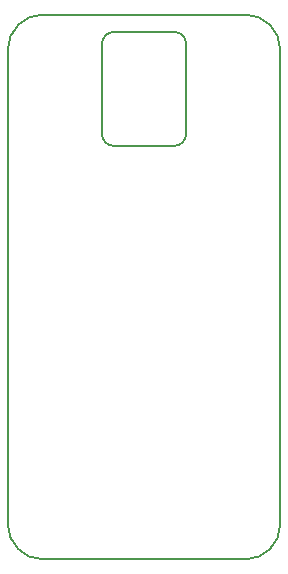
<source format=gbr>
%TF.GenerationSoftware,KiCad,Pcbnew,(6.0.0)*%
%TF.CreationDate,2022-04-03T10:23:08-04:00*%
%TF.ProjectId,JTAG_ISP-HDR,4a544147-5f49-4535-902d-4844522e6b69,v5.3.0*%
%TF.SameCoordinates,Original*%
%TF.FileFunction,Profile,NP*%
%FSLAX46Y46*%
G04 Gerber Fmt 4.6, Leading zero omitted, Abs format (unit mm)*
G04 Created by KiCad (PCBNEW (6.0.0)) date 2022-04-03 10:23:08*
%MOMM*%
%LPD*%
G01*
G04 APERTURE LIST*
%TA.AperFunction,Profile*%
%ADD10C,0.150000*%
%TD*%
G04 APERTURE END LIST*
D10*
X109145859Y-59321192D02*
X114266165Y-59321192D01*
X103167011Y-94341801D02*
X120245009Y-94341801D01*
X120245009Y-94341801D02*
G75*
G03*
X123245009Y-91341801I-1J3000001D01*
G01*
X115266165Y-58321192D02*
X115266165Y-50679454D01*
X123245009Y-91341801D02*
X123245009Y-51205381D01*
X103167011Y-48205381D02*
G75*
G03*
X100167011Y-51205381I1J-3000001D01*
G01*
X120245009Y-48205369D02*
X103167015Y-48205369D01*
X109145859Y-49679454D02*
G75*
G03*
X108145859Y-50679454I-1J-999999D01*
G01*
X123245009Y-51205381D02*
G75*
G03*
X120245009Y-48205381I-3000001J-1D01*
G01*
X115266165Y-50679454D02*
G75*
G03*
X114266165Y-49679454I-999999J1D01*
G01*
X108145859Y-58321192D02*
G75*
G03*
X109145859Y-59321192I999999J-1D01*
G01*
X100167011Y-91341801D02*
G75*
G03*
X103167011Y-94341801I3000001J1D01*
G01*
X114266165Y-49679454D02*
X109145859Y-49679454D01*
X114266165Y-59321192D02*
G75*
G03*
X115266165Y-58321192I1J999999D01*
G01*
X108145859Y-50679454D02*
X108145859Y-58321192D01*
X100167011Y-51205381D02*
X100167011Y-91341801D01*
M02*

</source>
